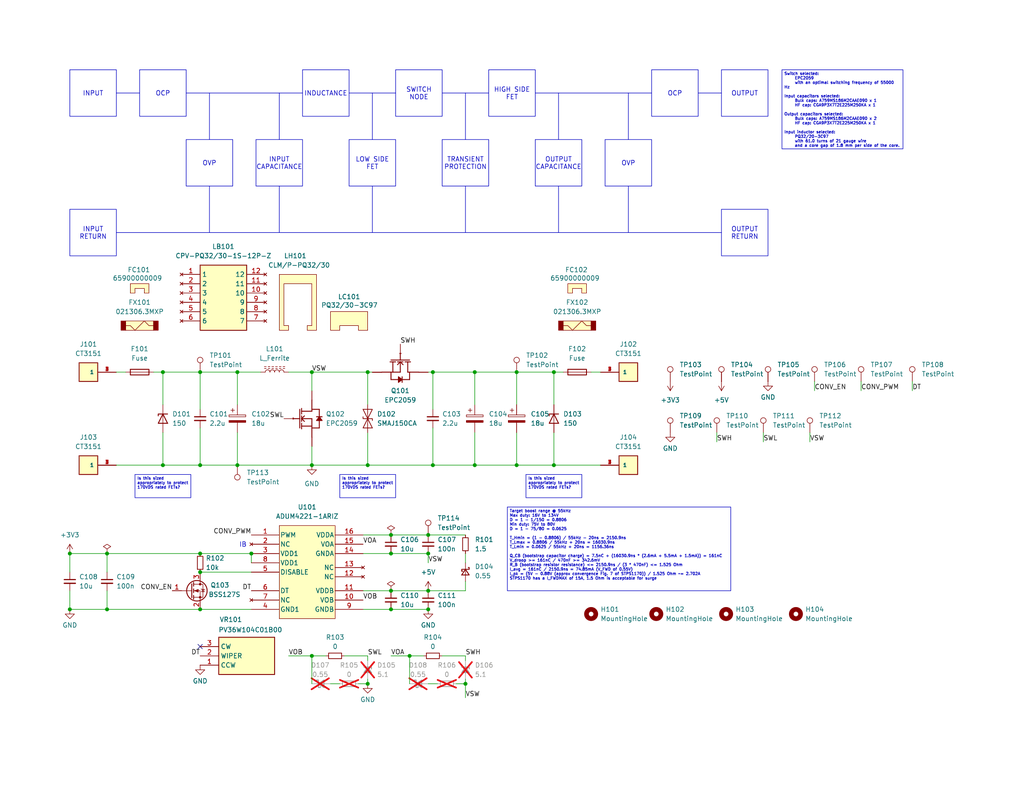
<source format=kicad_sch>
(kicad_sch (version 20231120) (generator "eeschema") (generator_version "8.0")
  (paper "USLetter")
  (title_block (title "Mighty MPPT Power Converter Breakout") (date "2024-08-25") (rev "v0.1.0rc") (comment 1 "Matthew Yu"))
  (junction (at 118.11 127))
  (junction (at 140.97 127))
  (junction (at 116.84 166.37))
  (junction (at 19.05 166.37))
  (junction (at 68.58 151.13))
  (junction (at 100.33 127))
  (junction (at 140.97 101.6))
  (junction (at 127 186.69))
  (junction (at 100.33 186.69))
  (junction (at 106.68 151.13))
  (junction (at 19.05 151.13))
  (junction (at 129.54 101.6))
  (junction (at 64.77 127))
  (junction (at 29.21 166.37))
  (junction (at 85.09 127))
  (junction (at 44.45 101.6))
  (junction (at 116.84 161.29))
  (junction (at 100.33 101.6))
  (junction (at 44.45 127))
  (junction (at 116.84 146.05))
  (junction (at 116.84 151.13))
  (junction (at 118.11 101.6))
  (junction (at 129.54 127))
  (junction (at 85.09 101.6))
  (junction (at 54.61 151.13))
  (junction (at 106.68 161.29))
  (junction (at 151.13 101.6))
  (junction (at 111.76 179.07))
  (junction (at 54.61 166.37))
  (junction (at 151.13 127))
  (junction (at 54.61 127))
  (junction (at 85.09 179.07))
  (junction (at 29.21 151.13))
  (junction (at 64.77 101.6))
  (junction (at 106.68 166.37))
  (junction (at 106.68 146.05))
  (junction (at 54.61 156.21))
  (junction (at 54.61 101.6))
  (no_connect (at 54.61 176.53))
  (polyline (pts (xy 57.15 50.8) (xy 57.15 63.5)))
  (polyline (pts (xy 31.75 25.4) (xy 38.1 25.4)))
  (wire (pts (xy 120.65 179.07) (xy 127 179.07)))
  (wire (pts (xy 29.21 151.13) (xy 54.61 151.13)))
  (wire (pts (xy 129.54 101.6) (xy 118.11 101.6)))
  (wire (pts (xy 85.09 101.6) (xy 100.33 101.6)))
  (wire (pts (xy 78.74 101.6) (xy 85.09 101.6)))
  (wire (pts (xy 85.09 106.68) (xy 85.09 101.6)))
  (wire (pts (xy 116.84 101.6) (xy 118.11 101.6)))
  (wire (pts (xy 208.28 120.65) (xy 208.28 118.11)))
  (polyline (pts (xy 57.15 25.4) (xy 57.15 38.1)))
  (wire (pts (xy 29.21 151.13) (xy 29.21 156.21)))
  (wire (pts (xy 118.11 127) (xy 129.54 127)))
  (wire (pts (xy 140.97 110.49) (xy 140.97 101.6)))
  (wire (pts (xy 44.45 101.6) (xy 44.45 110.49)))
  (wire (pts (xy 106.68 146.05) (xy 116.84 146.05)))
  (wire (pts (xy 116.84 186.69) (xy 119.38 186.69)))
  (wire (pts (xy 85.09 121.92) (xy 85.09 127)))
  (polyline (pts (xy 127 50.8) (xy 127 63.5)))
  (polyline (pts (xy 171.45 50.8) (xy 171.45 63.5)))
  (polyline (pts (xy 120.65 25.4) (xy 133.35 25.4)))
  (wire (pts (xy 116.84 151.13) (xy 116.84 153.67)))
  (polyline (pts (xy 76.2 25.4) (xy 76.2 38.1)))
  (wire (pts (xy 129.54 110.49) (xy 129.54 101.6)))
  (wire (pts (xy 99.06 151.13) (xy 106.68 151.13)))
  (wire (pts (xy 127 158.75) (xy 127 161.29)))
  (polyline (pts (xy 190.5 25.4) (xy 196.85 25.4)))
  (wire (pts (xy 100.33 180.34) (xy 100.33 179.07)))
  (wire (pts (xy 31.75 127) (xy 44.45 127)))
  (wire (pts (xy 44.45 127) (xy 54.61 127)))
  (wire (pts (xy 93.98 179.07) (xy 100.33 179.07)))
  (wire (pts (xy 19.05 161.29) (xy 19.05 166.37)))
  (wire (pts (xy 106.68 161.29) (xy 116.84 161.29)))
  (wire (pts (xy 127 151.13) (xy 127 153.67)))
  (wire (pts (xy 106.68 179.07) (xy 111.76 179.07)))
  (wire (pts (xy 64.77 101.6) (xy 71.12 101.6)))
  (wire (pts (xy 151.13 127) (xy 163.83 127)))
  (wire (pts (xy 220.98 118.11) (xy 220.98 120.65)))
  (wire (pts (xy 140.97 127) (xy 151.13 127)))
  (polyline (pts (xy 50.8 25.4) (xy 82.55 25.4)))
  (polyline (pts (xy 127 25.4) (xy 127 38.1)))
  (wire (pts (xy 44.45 118.11) (xy 44.45 127)))
  (wire (pts (xy 100.33 127) (xy 118.11 127)))
  (wire (pts (xy 99.06 166.37) (xy 106.68 166.37)))
  (wire (pts (xy 54.61 127) (xy 64.77 127)))
  (wire (pts (xy 64.77 110.49) (xy 64.77 101.6)))
  (wire (pts (xy 64.77 118.11) (xy 64.77 127)))
  (polyline (pts (xy 101.6 25.4) (xy 101.6 38.1)))
  (polyline (pts (xy 101.6 50.8) (xy 101.6 63.5)))
  (wire (pts (xy 153.67 101.6) (xy 151.13 101.6)))
  (wire (pts (xy 88.9 179.07) (xy 85.09 179.07)))
  (wire (pts (xy 99.06 161.29) (xy 106.68 161.29)))
  (wire (pts (xy 85.09 179.07) (xy 85.09 186.69)))
  (wire (pts (xy 54.61 166.37) (xy 68.58 166.37)))
  (wire (pts (xy 127 186.69) (xy 127 190.5)))
  (wire (pts (xy 78.74 179.07) (xy 85.09 179.07)))
  (wire (pts (xy 19.05 151.13) (xy 19.05 156.21)))
  (wire (pts (xy 151.13 110.49) (xy 151.13 101.6)))
  (wire (pts (xy 106.68 166.37) (xy 116.84 166.37)))
  (wire (pts (xy 127 185.42) (xy 127 186.69)))
  (wire (pts (xy 100.33 101.6) (xy 100.33 110.49)))
  (wire (pts (xy 101.6 101.6) (xy 100.33 101.6)))
  (wire (pts (xy 29.21 161.29) (xy 29.21 166.37)))
  (wire (pts (xy 54.61 111.76) (xy 54.61 101.6)))
  (polyline (pts (xy 44.45 25.0858) (xy 44.4662 25.0858)))
  (wire (pts (xy 90.17 186.69) (xy 92.71 186.69)))
  (wire (pts (xy 115.57 179.07) (xy 111.76 179.07)))
  (wire (pts (xy 140.97 101.6) (xy 151.13 101.6)))
  (wire (pts (xy 54.61 116.84) (xy 54.61 127)))
  (wire (pts (xy 111.76 179.07) (xy 111.76 186.69)))
  (wire (pts (xy 248.92 104.14) (xy 248.92 106.68)))
  (wire (pts (xy 163.83 101.6) (xy 161.29 101.6)))
  (polyline (pts (xy 76.2 50.8) (xy 76.2 63.5)))
  (polyline (pts (xy 146.05 25.4) (xy 177.8 25.4)))
  (wire (pts (xy 106.68 151.13) (xy 116.84 151.13)))
  (polyline (pts (xy 31.75 63.5) (xy 196.85 63.5)))
  (wire (pts (xy 151.13 127) (xy 151.13 118.11)))
  (wire (pts (xy 68.58 151.13) (xy 68.58 153.67)))
  (wire (pts (xy 54.61 101.6) (xy 64.77 101.6)))
  (wire (pts (xy 234.95 106.68) (xy 234.95 104.14)))
  (wire (pts (xy 54.61 156.21) (xy 68.58 156.21)))
  (wire (pts (xy 100.33 186.69) (xy 97.79 186.69)))
  (wire (pts (xy 100.33 185.42) (xy 100.33 186.69)))
  (wire (pts (xy 118.11 116.84) (xy 118.11 127)))
  (polyline (pts (xy 171.45 25.4) (xy 171.45 38.1)))
  (wire (pts (xy 222.25 106.68) (xy 222.25 104.14)))
  (wire (pts (xy 195.58 120.65) (xy 195.58 118.11)))
  (wire (pts (xy 118.11 111.76) (xy 118.11 101.6)))
  (wire (pts (xy 31.75 101.6) (xy 34.29 101.6)))
  (polyline (pts (xy 95.25 25.4) (xy 107.95 25.4)))
  (wire (pts (xy 19.05 151.13) (xy 29.21 151.13)))
  (wire (pts (xy 129.54 118.11) (xy 129.54 127)))
  (wire (pts (xy 19.05 166.37) (xy 29.21 166.37)))
  (wire (pts (xy 54.61 101.6) (xy 44.45 101.6)))
  (wire (pts (xy 127 180.34) (xy 127 179.07)))
  (wire (pts (xy 29.21 166.37) (xy 54.61 166.37)))
  (wire (pts (xy 54.61 151.13) (xy 68.58 151.13)))
  (wire (pts (xy 99.06 146.05) (xy 106.68 146.05)))
  (wire (pts (xy 129.54 127) (xy 140.97 127)))
  (wire (pts (xy 41.91 101.6) (xy 44.45 101.6)))
  (wire (pts (xy 127 186.69) (xy 124.46 186.69)))
  (wire (pts (xy 100.33 118.11) (xy 100.33 127)))
  (wire (pts (xy 85.09 127) (xy 100.33 127)))
  (wire (pts (xy 127 161.29) (xy 116.84 161.29)))
  (wire (pts (xy 116.84 146.05) (xy 127 146.05)))
  (polyline (pts (xy 152.4 25.4) (xy 152.4 38.1)))
  (wire (pts (xy 64.77 127) (xy 85.09 127)))
  (polyline (pts (xy 152.4 50.8) (xy 152.4 63.5)))
  (wire (pts (xy 140.97 101.6) (xy 129.54 101.6)))
  (wire (pts (xy 140.97 118.11) (xy 140.97 127)))
  (text_box "Switch selected:\n	EPC2059\n	with an optimal switching frequency of 55000 Hz\n\nInput capacitors selected:\n	Bulk caps: A759MS186M2CAAE090 x 1\n	HF cap: CGA9P3X7T2E225M250KA x 1\n\nOutput capacitors selected:\n	Bulk caps: A759MS186M2CAAE090 x 2\n	HF cap: CGA9P3X7T2E225M250KA x 1\n\nInput inductor selected:\n	PQ32/20-3C97\n	with 61.0 turns of 21 gauge wire\n	and a core gap of 1.8 mm per side of the core." (at 213.36 19.05 0) (size 33.02 21.59) (effects (font (size 0.762 0.762)) (justify left top)))
  (text_box "OUTPUT" (at 196.85 19.05 0) (size 12.7 12.7) (effects (font (size 1.27 1.27))))
  (text_box "OVP" (at 165.1 38.1 0) (size 12.7 12.7) (effects (font (size 1.27 1.27))))
  (text_box "OVP" (at 50.8 38.1 0) (size 12.7 12.7) (effects (font (size 1.27 1.27))))
  (text_box "TRANSIENT PROTECTION" (at 120.65 38.1 0) (size 12.7 12.7) (effects (font (size 1.27 1.27))))
  (text_box "OCP" (at 177.8 19.05 0) (size 12.7 12.7) (effects (font (size 1.27 1.27))))
  (text_box "OUTPUT CAPACITANCE" (at 146.05 38.1 0) (size 12.7 12.7) (effects (font (size 1.27 1.27))))
  (text_box "OCP" (at 38.1 19.05 0) (size 12.7 12.7) (effects (font (size 1.27 1.27))))
  (text_box "LOW SIDE FET" (at 95.25 38.1 0) (size 12.7 12.7) (effects (font (size 1.27 1.27))))
  (text_box "Is this sized appropriately to protect 170VDS rated FETs?" (at 36.83 129.54 0) (size 15.24 6.35) (effects (font (size 0.762 0.762)) (justify left top)))
  (text_box "SWITCH NODE" (at 107.95 19.05 0) (size 12.7 12.7) (effects (font (size 1.27 1.27))))
  (text_box "Target boost range @ 55kHz\nMax duty: 16V to 134V\nD = 1 - 1/150 = 0.8806\nMin duty: 75V to 80V \nD = 1 - 75/80 = 0.0625\n\nT_Hmin = (1 - 0.8806) / 55kHz - 20ns = 2150.9ns\nT_Lmax = 0.8806 / 55kHz + 20ns = 16030.9ns\nT_Lmin = 0.0625 / 55kHz + 20ns = 1156.36ns\n\nQ_CB (bootstrap capacitor charge) = 7.5nC + (16030.9ns * (2.6mA + 5.5mA + 1.5mA)) = 161nC\nV_droop >= 161nC / 470nF >= 342.6mV\nR_B (bootstrap resistor resistance) <= 2150.9ns / (3 * 470nF) <= 1.525 Ohm\nI_avg = 161nC / 2150.9ns = 74.85mA (V_FWD of 0.55V)\nI_pk = (5V - 0.88V (approx convergence Fig. 7 of STPS1170)) / 1.525 Ohm ~= 2.702A\nSTPS1170 has a I_FWDMAX of 15A, 1.5 Ohm is acceptable for surge\n" (at 138.43 138.43 0) (size 60.96 22.86) (effects (font (size 0.762 0.762)) (justify left top)))
  (text_box "OUTPUT\nRETURN" (at 196.85 57.15 0) (size 12.7 12.7) (effects (font (size 1.27 1.27))))
  (text_box "HIGH SIDE FET" (at 133.35 19.05 0) (size 12.7 12.7) (effects (font (size 1.27 1.27))))
  (text_box "INDUCTANCE" (at 82.55 19.05 0) (size 12.7 12.7) (effects (font (size 1.27 1.27))))
  (text_box "INPUT CAPACITANCE" (at 69.85 38.1 0) (size 12.7 12.7) (effects (font (size 1.27 1.27))))
  (text_box "Is this sized appropriately to protect 170VDS rated FETs?" (at 92.71 129.54 0) (size 15.24 6.35) (effects (font (size 0.762 0.762)) (justify left top)))
  (text_box "Is this sized appropriately to protect 170VDS rated FETs?" (at 143.51 129.54 0) (size 15.24 6.35) (effects (font (size 0.762 0.762)) (justify left top)))
  (text_box "INPUT\nRETURN" (at 19.05 57.15 0) (size 12.7 12.7) (effects (font (size 1.27 1.27))))
  (text_box "INPUT" (at 19.05 19.05 0) (size 12.7 12.7) (effects (font (size 1.27 1.27))))
  (text "IB\n" (at 66.294 148.844 0) (effects (font (size 1.27 1.27))))
  (label "SWL" (at 100.33 179.07 0))
  (label "CONV_PWM" (at 234.95 106.68 0))
  (label "VOA" (at 99.06 148.59 0))
  (label "SWH" (at 127 179.07 0))
  (label "VOA" (at 106.68 179.07 0))
  (label "CONV_EN" (at 46.99 161.29 180))
  (label "VSW" (at 85.09 101.6 0))
  (label "SWH" (at 109.22 93.98 0))
  (label "VSW" (at 127 190.5 0))
  (label "SWL" (at 208.28 120.65 0))
  (label "CONV_PWM" (at 68.58 146.05 180))
  (label "VSW" (at 220.98 120.65 0))
  (label "DT" (at 68.58 161.29 180))
  (label "VOB" (at 78.74 179.07 0))
  (label "DT" (at 54.61 179.07 180))
  (label "VSW" (at 116.84 153.67 0))
  (label "VOB" (at 99.06 163.83 0))
  (label "SWL" (at 77.47 114.3 180))
  (label "CONV_EN" (at 222.25 106.68 0))
  (label "SWH" (at 195.58 120.65 0))
  (label "DT" (at 248.92 106.68 0))
  (symbol (lib_id "Device:C_Small") (at 54.61 114.3 0) (unit 1)
    (property "Reference" "C101" (at 57.15 113.0362 0) (effects (justify left)))
    (property "Value" "2.2u" (at 57.15 115.5762 0) (effects (justify left)))
    (property "Footprint" "Capacitor_SMD:C_2220_5750Metric_Pad1.97x5.40mm_HandSolder" (effects (hide yes)))
    (property "Datasheet" "https://product.tdk.com/en/system/files?file=dam/doc/product/capacitor/ceramic/mlcc/catalog/mlcc_automotive_midvoltage_en.pdf" (effects (hide yes)))
    (property "Description" "Unpolarized capacitor, small symbol" (effects (hide yes)))
    (property "Manufacturer" "TDK" (effects (hide yes)))
    (property "P/N" "CGA9P3X7T2E225M250KA" (effects (hide yes)))
  )
  (symbol (lib_id "Mechanical:MountingHole") (at 179.07 167.64 0) (unit 1) (exclude_from_sim yes) (in_bom no)
    (property "Reference" "H102" (at 181.61 166.3699 0) (effects (justify left)))
    (property "Value" "MountingHole" (at 181.61 168.9099 0) (effects (justify left)))
    (property "Footprint" "MountingHole:MountingHole_5.3mm_M5" (effects (hide yes)))
    (property "Description" "Mounting Hole without connection" (effects (hide yes)))
  )
  (symbol (lib_id "power:GND") (at 116.84 166.37 0) (unit 1)
    (property "Reference" "#PWR0109" (effects (hide yes)))
    (property "Value" "GND" (at 116.84 170.688 0))
    (property "Description" "Power symbol creates a global label with name \"GND\" , ground" (effects (hide yes)))
  )
  (symbol (lib_id "littelfuse_021306_3MXP:65900000009") (at 157.48 76.2 0) (unit 1) (on_board no)
    (property "Reference" "FC102" (at 154.178 73.66 0) (effects (justify left)))
    (property "Value" "65900000009" (at 150.114 75.946 0) (effects (justify left)))
    (property "Datasheet" "https://www.littelfuse.com/~/media/electronics/datasheets/fuse_blocks/littelfuse_fuse_block_656_datasheet.pdf.pdf" (effects (hide yes)))
    (property "Description" "COVER FUSE TRANSPRNT FOR 656/658" (effects (hide yes)))
    (property "Manufacturer" "Littelfuse" (effects (hide yes)))
    (property "P/N" "65900000009" (effects (hide yes)))
  )
  (symbol (lib_id "ferroxcube_PQ32_30_3C97:CLM/P-PQ32/30") (at 81.28 72.39 0) (unit 1) (on_board no)
    (property "Reference" "LH101" (at 77.47 69.85 0) (effects (justify left)))
    (property "Value" "CLM/P-PQ32/30" (at 73.152 72.39 0) (effects (justify left)))
    (property "Datasheet" "https://www.ferroxcube.com/upload/media/product/file/Pr_ds/PQ32_30.pdf" (effects (hide yes)))
    (property "Description" "U SHAPED CLIP" (effects (hide yes)))
    (property "Manufacturer" "Ferroxcube" (effects (hide yes)))
    (property "P/N" "CLM/P-PQ32/30" (effects (hide yes)))
  )
  (symbol (lib_id "Connector:TestPoint") (at 222.25 104.14 0) (unit 1)
    (property "Reference" "TP106" (at 224.79 99.5679 0) (effects (justify left)))
    (property "Value" "TestPoint" (at 224.79 102.1079 0) (effects (justify left)))
    (property "Footprint" "TestPoint:TestPoint_Keystone_5000-5004_Miniature" (effects (hide yes)))
    (property "Datasheet" "https://www.keyelco.com/userAssets/file/M65p56.pdf" (effects (hide yes)))
    (property "Description" "test point" (effects (hide yes)))
    (property "Manufacturer" "Keystone Electronics" (effects (hide yes)))
    (property "P/N" "5000" (effects (hide yes)))
  )
  (symbol (lib_id "Diode:SMAJ150CA") (at 100.33 114.3 90) (unit 1)
    (property "Reference" "D102" (at 102.87 113.0299 90) (effects (justify right)))
    (property "Value" "SMAJ150CA" (at 102.87 115.5699 90) (effects (justify right)))
    (property "Footprint" "Diode_SMD:D_SMA" (effects (hide yes)))
    (property "Datasheet" "https://www.littelfuse.com/~/media/electronics/datasheets/tvs_diodes/littelfuse_tvs_diode_smaj_datasheet.pdf.pdf" (effects (hide yes)))
    (property "Description" "400W bidirectional Transient Voltage Suppressor, 150.0Vr, SMA(DO-214AC)" (effects (hide yes)))
    (property "Manufacturer" "Littelfuse" (effects (hide yes)))
    (property "P/N" "SMAJ150CA" (effects (hide yes)))
  )
  (symbol (lib_id "Connector:TestPoint") (at 182.88 118.11 0) (unit 1)
    (property "Reference" "TP109" (at 185.42 113.5379 0) (effects (justify left)))
    (property "Value" "TestPoint" (at 185.42 116.0779 0) (effects (justify left)))
    (property "Footprint" "TestPoint:TestPoint_Keystone_5000-5004_Miniature" (effects (hide yes)))
    (property "Datasheet" "https://www.keyelco.com/userAssets/file/M65p56.pdf" (effects (hide yes)))
    (property "Description" "test point" (effects (hide yes)))
    (property "Manufacturer" "Keystone Electronics" (effects (hide yes)))
    (property "P/N" "5000" (effects (hide yes)))
  )
  (symbol (lib_id "power:GND") (at 209.55 104.14 0) (unit 1)
    (property "Reference" "#PWR0103" (effects (hide yes)))
    (property "Value" "GND" (at 209.55 108.458 0))
    (property "Description" "Power symbol creates a global label with name \"GND\" , ground" (effects (hide yes)))
  )
  (symbol (lib_id "Device:R_Small") (at 91.44 179.07 90) (unit 1)
    (property "Reference" "R103" (at 91.44 173.99 90))
    (property "Value" "0" (at 91.44 176.53 90))
    (property "Footprint" "Resistor_SMD:R_0805_2012Metric_Pad1.20x1.40mm_HandSolder" (effects (hide yes)))
    (property "Datasheet" "https://www.vishay.com/docs/20035/dcrcwe3.pdf" (effects (hide yes)))
    (property "Description" "Resistor, small symbol" (effects (hide yes)))
    (property "Manufacturer" "Vishay Dale" (effects (hide yes)))
    (property "P/N" "CRCW08050000Z0EA" (effects (hide yes)))
  )
  (symbol (lib_id "power:+5V") (at 116.84 161.29 0) (unit 1)
    (property "Reference" "#PWR0107" (effects (hide yes)))
    (property "Value" "+5V" (at 116.84 156.21 0))
    (property "Description" "Power symbol creates a global label with name \"+5V\"" (effects (hide yes)))
  )
  (symbol (lib_id "Connector:TestPoint") (at 195.58 118.11 0) (unit 1)
    (property "Reference" "TP110" (at 198.12 113.5379 0) (effects (justify left)))
    (property "Value" "TestPoint" (at 198.12 116.0779 0) (effects (justify left)))
    (property "Footprint" "TestPoint:TestPoint_Keystone_5000-5004_Miniature" (effects (hide yes)))
    (property "Datasheet" "https://www.keyelco.com/userAssets/file/M65p56.pdf" (effects (hide yes)))
    (property "Description" "test point" (effects (hide yes)))
    (property "Manufacturer" "Keystone Electronics" (effects (hide yes)))
    (property "P/N" "5000" (effects (hide yes)))
  )
  (symbol (lib_id "Connector:TestPoint") (at 234.95 104.14 0) (unit 1)
    (property "Reference" "TP107" (at 237.49 99.5679 0) (effects (justify left)))
    (property "Value" "TestPoint" (at 237.49 102.1079 0) (effects (justify left)))
    (property "Footprint" "TestPoint:TestPoint_Keystone_5000-5004_Miniature" (effects (hide yes)))
    (property "Datasheet" "https://www.keyelco.com/userAssets/file/M65p56.pdf" (effects (hide yes)))
    (property "Description" "test point" (effects (hide yes)))
    (property "Manufacturer" "Keystone Electronics" (effects (hide yes)))
    (property "P/N" "5000" (effects (hide yes)))
  )
  (symbol (lib_id "power:PWR_FLAG") (at 106.68 161.29 0) (unit 1)
    (property "Reference" "#FLG0103" (effects (hide yes)))
    (property "Value" "PWR_FLAG" (effects (hide yes)))
    (property "Description" "Special symbol for telling ERC where power comes from" (effects (hide yes)))
  )
  (symbol (lib_id "Device:R_Small") (at 121.92 186.69 90) (unit 1) (dnp yes)
    (property "Reference" "R106" (at 121.92 181.61 90))
    (property "Value" "0" (at 121.92 184.15 90))
    (property "Footprint" "Resistor_SMD:R_0805_2012Metric_Pad1.20x1.40mm_HandSolder" (effects (hide yes)))
    (property "Datasheet" "https://www.vishay.com/docs/20035/dcrcwe3.pdf" (effects (hide yes)))
    (property "Description" "Resistor, small symbol" (effects (hide yes)))
    (property "Manufacturer" "Vishay Dale" (effects (hide yes)))
    (property "P/N" "CRCW08050000Z0EA" (effects (hide yes)))
  )
  (symbol (lib_id "Device:C_Small") (at 116.84 163.83 0) (unit 1)
    (property "Reference" "C111" (at 119.38 162.5662 0) (effects (justify left)))
    (property "Value" "100n" (at 119.38 165.1062 0) (effects (justify left)))
    (property "Footprint" "Capacitor_SMD:C_0805_2012Metric_Pad1.18x1.45mm_HandSolder" (effects (hide yes)))
    (property "Datasheet" "https://www.samsungsem.com/resources/file/global/support/product_catalog/MLCC.pdf" (effects (hide yes)))
    (property "Description" "Unpolarized capacitor, small symbol" (effects (hide yes)))
    (property "Manufacturer" "Samsung Electro-Mechanics" (effects (hide yes)))
    (property "P/N" "CL21B104KCFNNNE" (effects (hide yes)))
  )
  (symbol (lib_id "Connector:TestPoint") (at 209.55 104.14 0) (unit 1)
    (property "Reference" "TP105" (at 212.09 99.5679 0) (effects (justify left)))
    (property "Value" "TestPoint" (at 212.09 102.1079 0) (effects (justify left)))
    (property "Footprint" "TestPoint:TestPoint_Keystone_5000-5004_Miniature" (effects (hide yes)))
    (property "Datasheet" "https://www.keyelco.com/userAssets/file/M65p56.pdf" (effects (hide yes)))
    (property "Description" "test point" (effects (hide yes)))
    (property "Manufacturer" "Keystone Electronics" (effects (hide yes)))
    (property "P/N" "5000" (effects (hide yes)))
  )
  (symbol (lib_id "Device:D_Schottky_Small") (at 87.63 186.69 0) (unit 1) (dnp yes)
    (property "Reference" "D107" (at 87.376 181.61 0))
    (property "Value" "0.55" (at 87.376 184.15 0))
    (property "Footprint" "footprints:stm_STPS1170AF" (effects (hide yes)))
    (property "Datasheet" "https://www.st.com/content/ccc/resource/technical/document/datasheet/e2/79/ff/f2/83/11/44/23/DM00136811.pdf/files/DM00136811.pdf/jcr:content/translations/en.DM00136811.pdf" (effects (hide yes)))
    (property "Description" "Schottky diode, small symbol" (effects (hide yes)))
    (property "Manufacturer" "STMicrolectronics" (effects (hide yes)))
    (property "P/N" "STPS1170AF" (effects (hide yes)))
  )
  (symbol (lib_id "ad_ADUM4221_1ARIZ:ADUM4221-1ARIZ") (at 68.58 148.59 0) (unit 1)
    (property "Reference" "U101" (at 83.82 138.43 0))
    (property "Value" "ADUM4221-1ARIZ" (at 83.82 140.97 0))
    (property "Footprint" "footprints:ad_ADUM4221_1ARIZ" (effects (hide yes)))
    (property "Datasheet" "https://www.mouser.com/datasheet/2/609/adum4221_4221_1_4221_2-3121810.pdf" (effects (hide yes)))
    (property "Manufacturer" "Analog Devices" (effects (hide yes)))
    (property "P/N" "ADUM4221-1ARIZ" (effects (hide yes)))
  )
  (symbol (lib_id "Device:C_Small") (at 118.11 114.3 0) (unit 1)
    (property "Reference" "C103" (at 120.65 113.0362 0) (effects (justify left)))
    (property "Value" "2.2u" (at 120.65 115.5762 0) (effects (justify left)))
    (property "Footprint" "Capacitor_SMD:C_2220_5750Metric_Pad1.97x5.40mm_HandSolder" (effects (hide yes)))
    (property "Datasheet" "https://product.tdk.com/en/system/files?file=dam/doc/product/capacitor/ceramic/mlcc/catalog/mlcc_automotive_midvoltage_en.pdf" (effects (hide yes)))
    (property "Description" "Unpolarized capacitor, small symbol" (effects (hide yes)))
    (property "Manufacturer" "TDK" (effects (hide yes)))
    (property "P/N" "CGA9P3X7T2E225M250KA" (effects (hide yes)))
  )
  (symbol (lib_id "Device:D_Schottky_Small") (at 127 156.21 270) (unit 1)
    (property "Reference" "D104" (at 129.54 154.6859 90) (effects (justify left)))
    (property "Value" "0.55" (at 129.54 157.2259 90) (effects (justify left)))
    (property "Footprint" "footprints:stm_STPS1170AF" (effects (hide yes)))
    (property "Datasheet" "https://www.st.com/content/ccc/resource/technical/document/datasheet/e2/79/ff/f2/83/11/44/23/DM00136811.pdf/files/DM00136811.pdf/jcr:content/translations/en.DM00136811.pdf" (effects (hide yes)))
    (property "Description" "Schottky diode, small symbol" (effects (hide yes)))
    (property "Manufacturer" "STMicrolectronics" (effects (hide yes)))
    (property "P/N" "STPS1170AF" (effects (hide yes)))
  )
  (symbol (lib_id "power:PWR_FLAG") (at 29.21 151.13 0) (unit 1)
    (property "Reference" "#FLG0102" (effects (hide yes)))
    (property "Value" "PWR_FLAG" (effects (hide yes)))
    (property "Description" "Special symbol for telling ERC where power comes from" (effects (hide yes)))
  )
  (symbol (lib_id "Device:D_Zener_Small") (at 100.33 182.88 270) (unit 1) (dnp yes)
    (property "Reference" "D105" (at 102.87 181.6099 90) (effects (justify left)))
    (property "Value" "5.1" (at 102.87 184.1499 90) (effects (justify left)))
    (property "Footprint" "Diode_SMD:D_SOD-123" (effects (hide yes)))
    (property "Datasheet" "https://www.vishay.com/docs/86337/bzt52-g_series.pdf" (effects (hide yes)))
    (property "Description" "Zener diode, small symbol" (effects (hide yes)))
    (property "Manufacturer" "Vishay Electronics" (effects (hide yes)))
    (property "P/N" "BZT52C5V1-G3-08 " (effects (hide yes)))
  )
  (symbol (lib_id "power:GND") (at 182.88 118.11 0) (unit 1)
    (property "Reference" "#PWR0104" (effects (hide yes)))
    (property "Value" "GND" (at 182.88 122.428 0))
    (property "Description" "Power symbol creates a global label with name \"GND\" , ground" (effects (hide yes)))
  )
  (symbol (lib_id "Connector:TestPoint") (at 248.92 104.14 0) (unit 1)
    (property "Reference" "TP108" (at 251.46 99.5679 0) (effects (justify left)))
    (property "Value" "TestPoint" (at 251.46 102.1079 0) (effects (justify left)))
    (property "Footprint" "TestPoint:TestPoint_Keystone_5000-5004_Miniature" (effects (hide yes)))
    (property "Datasheet" "https://www.keyelco.com/userAssets/file/M65p56.pdf" (effects (hide yes)))
    (property "Description" "test point" (effects (hide yes)))
    (property "Manufacturer" "Keystone Electronics" (effects (hide yes)))
    (property "P/N" "5000" (effects (hide yes)))
  )
  (symbol (lib_id "Device:R_Small") (at 54.61 153.67 0) (unit 1)
    (property "Reference" "R102" (at 56.134 152.4 0) (effects (justify left)))
    (property "Value" "10k" (at 56.134 154.94 0) (effects (justify left)))
    (property "Footprint" "Resistor_SMD:R_0805_2012Metric_Pad1.20x1.40mm_HandSolder" (effects (hide yes)))
    (property "Datasheet" "https://www.vishay.com/docs/20035/dcrcwe3.pdf" (effects (hide yes)))
    (property "Description" "Resistor, small symbol" (effects (hide yes)))
    (property "Manufacturer" "Vishay Dale" (effects (hide yes)))
    (property "P/N" "CRCW080510K0FKEA" (effects (hide yes)))
  )
  (symbol (lib_id "Device:C_Small") (at 19.05 158.75 0) (unit 1)
    (property "Reference" "C108" (at 21.59 157.4862 0) (effects (justify left)))
    (property "Value" "10u" (at 21.59 160.0262 0) (effects (justify left)))
    (property "Footprint" "Capacitor_SMD:C_0805_2012Metric_Pad1.18x1.45mm_HandSolder" (effects (hide yes)))
    (property "Description" "Unpolarized capacitor, small symbol" (effects (hide yes)))
    (property "Manufacturer" "Samsung Electro-Mechanics" (effects (hide yes)))
    (property "P/N" "CL21B106KOQNNNE" (effects (hide yes)))
  )
  (symbol (lib_id "Mechanical:MountingHole") (at 161.29 167.64 0) (unit 1) (exclude_from_sim yes) (in_bom no)
    (property "Reference" "H101" (at 163.83 166.3699 0) (effects (justify left)))
    (property "Value" "MountingHole" (at 163.83 168.9099 0) (effects (justify left)))
    (property "Footprint" "MountingHole:MountingHole_5.3mm_M5" (effects (hide yes)))
    (property "Description" "Mounting Hole without connection" (effects (hide yes)))
  )
  (symbol (lib_id "Device:C_Small") (at 106.68 148.59 0) (unit 1)
    (property "Reference" "C106" (at 109.22 147.3262 0) (effects (justify left)))
    (property "Value" "10u" (at 109.22 149.8662 0) (effects (justify left)))
    (property "Footprint" "Capacitor_SMD:C_0805_2012Metric_Pad1.18x1.45mm_HandSolder" (effects (hide yes)))
    (property "Datasheet" "https://www.samsungsem.com/resources/file/global/support/product_catalog/MLCC.pdf" (effects (hide yes)))
    (property "Description" "Unpolarized capacitor, small symbol" (effects (hide yes)))
    (property "Manufacturer" "Samsung Electro-Mechanics" (effects (hide yes)))
    (property "P/N" "CL21B106KOQNNNE" (effects (hide yes)))
  )
  (symbol (lib_id "Device:C_Polarized") (at 129.54 114.3 0) (unit 1)
    (property "Reference" "C104" (at 133.35 113.03 0) (effects (justify left)))
    (property "Value" "18u" (at 133.35 115.57 0) (effects (justify left)))
    (property "Footprint" "Capacitor_THT:C_Radial_D10.0mm_H16.0mm_P5.00mm" (effects (hide yes)))
    (property "Datasheet" "https://search.kemet.com/download/datasheet/A759MS186M2CAAE090" (effects (hide yes)))
    (property "Description" "Polarized capacitor" (effects (hide yes)))
    (property "Manufacturer" "KEMET" (effects (hide yes)))
    (property "P/N" "A759MS186M2CAAE090" (effects (hide yes)))
  )
  (symbol (lib_id "Device:C_Polarized") (at 140.97 114.3 0) (unit 1)
    (property "Reference" "C105" (at 144.78 113.03 0) (effects (justify left)))
    (property "Value" "18u" (at 144.78 115.57 0) (effects (justify left)))
    (property "Footprint" "Capacitor_THT:C_Radial_D10.0mm_H16.0mm_P5.00mm" (effects (hide yes)))
    (property "Datasheet" "https://search.kemet.com/download/datasheet/A759MS186M2CAAE090" (effects (hide yes)))
    (property "Description" "Polarized capacitor" (effects (hide yes)))
    (property "Manufacturer" "KEMET" (effects (hide yes)))
    (property "P/N" "A759MS186M2CAAE090" (effects (hide yes)))
  )
  (symbol (lib_id "Connector:TestPoint") (at 64.77 127 180) (unit 1)
    (property "Reference" "TP113" (at 67.31 129.0319 0) (effects (justify right)))
    (property "Value" "TestPoint" (at 67.31 131.5719 0) (effects (justify right)))
    (property "Footprint" "TestPoint:TestPoint_Keystone_5000-5004_Miniature" (effects (hide yes)))
    (property "Datasheet" "https://www.keyelco.com/userAssets/file/M65p56.pdf" (effects (hide yes)))
    (property "Description" "test point" (effects (hide yes)))
    (property "Manufacturer" "Keystone Electronics" (effects (hide yes)))
    (property "P/N" "5000" (effects (hide yes)))
  )
  (symbol (lib_id "Device:D_Zener") (at 44.45 114.3 90) (mirror x) (unit 1)
    (property "Reference" "D101" (at 46.99 113.0299 90) (effects (justify right)))
    (property "Value" "150" (at 46.99 115.5699 90) (effects (justify right)))
    (property "Footprint" "Diode_SMD:D_SMA" (effects (hide yes)))
    (property "Datasheet" "https://www.vishay.com/docs/86138/bzg03c-m-series.pdf" (effects (hide yes)))
    (property "Description" "Zener diode" (effects (hide yes)))
    (property "Manufacturer" "Vishay Electronics" (effects (hide yes)))
    (property "P/N" "BZG03C150-M3-08" (effects (hide yes)))
  )
  (symbol (lib_id "ferroxcube_PQ32_30_3C97:CPV-PQ32/30-1S-12P-Z") (at 49.53 74.93 0) (unit 1)
    (property "Reference" "LB101" (at 60.96 67.31 0))
    (property "Value" "CPV-PQ32/30-1S-12P-Z" (at 60.96 69.85 0))
    (property "Footprint" "footprints:ferroxcube_CPV-PQ32_30-1S-12P-Z" (effects (hide yes)))
    (property "Datasheet" "https://www.ferroxcube.com/upload/media/product/file/Pr_ds/PQ32_30.pdf" (effects (hide yes)))
    (property "Description" "COIL FORMER VERTICAL" (effects (hide yes)))
    (property "Manufacturer" "Ferroxcube" (effects (hide yes)))
    (property "P/N" "CPV-PQ32/30-1S-12P-Z" (effects (hide yes)))
  )
  (symbol (lib_id "caltest_ct3151:CT3151") (at 24.13 127 180) (unit 1)
    (property "Reference" "J103" (at 24.13 119.38 0))
    (property "Value" "CT3151" (at 24.13 121.92 0))
    (property "Footprint" "footprints:caltest_ct3151" (effects (hide yes)))
    (property "Datasheet" "https://mm.digikey.com/Volume0/opasdata/d220001/medias/docus/4846/DS_1768_Catalog.pdf" (effects (hide yes)))
    (property "Description" "CONN BANANA JACK SOLDER" (effects (hide yes)))
    (property "Manufacturer" "Caltest" (effects (hide yes)))
    (property "P/N" "  CT3151-0" (effects (hide yes)))
  )
  (symbol (lib_id "Device:L_Ferrite") (at 74.93 101.6 90) (unit 1)
    (property "Reference" "L101" (at 74.93 95.25 90))
    (property "Value" "L_Ferrite" (at 74.93 97.79 90))
    (property "Footprint" "footprints:ferroxcube_PQ32_30_3C97_wire" (effects (hide yes)))
    (property "Datasheet" "https://mm.digikey.com/Volume0/opasdata/d220001/medias/docus/56/PolyurethaneMagnetWireDataSheet.pdf" (effects (hide yes)))
    (property "Description" "Inductor with ferrite core" (effects (hide yes)))
    (property "Distributor" "Remington Industries" (effects (hide yes)))
    (property "Manufacturer" "Remington Industries" (effects (hide yes)))
    (property "P/N" "21SNSP" (effects (hide yes)))
  )
  (symbol (lib_id "littelfuse_021306_3MXP:65900000009") (at 38.1 76.2 0) (unit 1) (on_board no)
    (property "Reference" "FC101" (at 34.798 73.66 0) (effects (justify left)))
    (property "Value" "65900000009" (at 30.734 75.946 0) (effects (justify left)))
    (property "Datasheet" "https://www.littelfuse.com/~/media/electronics/datasheets/fuse_blocks/littelfuse_fuse_block_656_datasheet.pdf.pdf" (effects (hide yes)))
    (property "Description" "COVER FUSE TRANSPRNT FOR 656/658" (effects (hide yes)))
    (property "Manufacturer" "Littelfuse" (effects (hide yes)))
    (property "P/N" "65900000009" (effects (hide yes)))
  )
  (symbol (lib_id "power:+5V") (at 196.85 104.14 180) (unit 1)
    (property "Reference" "#PWR0102" (effects (hide yes)))
    (property "Value" "+5V" (at 196.85 109.22 0))
    (property "Description" "Power symbol creates a global label with name \"+5V\"" (effects (hide yes)))
  )
  (symbol (lib_id "ferroxcube_PQ32_30_3C97:PQ32/30-3C97") (at 95.25 83.82 0) (unit 1) (on_board no)
    (property "Reference" "LC101" (at 92.202 81.026 0) (effects (justify left)))
    (property "Value" "PQ32/30-3C97" (at 87.63 83.312 0) (effects (justify left)))
    (property "Datasheet" "https://www.ferroxcube.com/upload/media/product/file/Pr_ds/PQ32_30.pdf" (effects (hide yes)))
    (property "Description" "FERRITE CORE PQ 3C97 2PC SET" (effects (hide yes)))
    (property "Manufacturer" "Ferroxcube" (effects (hide yes)))
    (property "P/N" "PQ32/30-3C97" (effects (hide yes)))
  )
  (symbol (lib_id "Connector:TestPoint") (at 196.85 104.14 0) (unit 1)
    (property "Reference" "TP104" (at 199.39 99.5679 0) (effects (justify left)))
    (property "Value" "TestPoint" (at 199.39 102.1079 0) (effects (justify left)))
    (property "Footprint" "TestPoint:TestPoint_Keystone_5000-5004_Miniature" (effects (hide yes)))
    (property "Datasheet" "https://www.keyelco.com/userAssets/file/M65p56.pdf" (effects (hide yes)))
    (property "Description" "test point" (effects (hide yes)))
    (property "Manufacturer" "Keystone Electronics" (effects (hide yes)))
    (property "P/N" "5000" (effects (hide yes)))
  )
  (symbol (lib_id "Connector:TestPoint") (at 182.88 104.14 0) (unit 1)
    (property "Reference" "TP103" (at 185.42 99.5679 0) (effects (justify left)))
    (property "Value" "TestPoint" (at 185.42 102.1079 0) (effects (justify left)))
    (property "Footprint" "TestPoint:TestPoint_Keystone_5000-5004_Miniature" (effects (hide yes)))
    (property "Datasheet" "https://www.keyelco.com/userAssets/file/M65p56.pdf" (effects (hide yes)))
    (property "Description" "test point" (effects (hide yes)))
    (property "Manufacturer" "Keystone Electronics" (effects (hide yes)))
    (property "P/N" "5000" (effects (hide yes)))
  )
  (symbol (lib_id "Device:D_Zener_Small") (at 127 182.88 270) (unit 1) (dnp yes)
    (property "Reference" "D106" (at 129.54 181.6099 90) (effects (justify left)))
    (property "Value" "5.1" (at 129.54 184.1499 90) (effects (justify left)))
    (property "Footprint" "Diode_SMD:D_SOD-123" (effects (hide yes)))
    (property "Datasheet" "https://www.vishay.com/docs/86337/bzt52-g_series.pdf" (effects (hide yes)))
    (property "Description" "Zener diode, small symbol" (effects (hide yes)))
    (property "Manufacturer" "Vishay Electronics" (effects (hide yes)))
    (property "P/N" "BZT52C5V1-G3-08 " (effects (hide yes)))
  )
  (symbol (lib_id "Connector:TestPoint") (at 54.61 101.6 0) (unit 1)
    (property "Reference" "TP101" (at 57.15 97.0279 0) (effects (justify left)))
    (property "Value" "TestPoint" (at 57.15 99.5679 0) (effects (justify left)))
    (property "Footprint" "TestPoint:TestPoint_Keystone_5000-5004_Miniature" (effects (hide yes)))
    (property "Datasheet" "https://www.keyelco.com/userAssets/file/M65p56.pdf" (effects (hide yes)))
    (property "Description" "test point" (effects (hide yes)))
    (property "Manufacturer" "Keystone Electronics" (effects (hide yes)))
    (property "P/N" "5000" (effects (hide yes)))
  )
  (symbol (lib_id "Device:C_Small") (at 106.68 163.83 0) (unit 1)
    (property "Reference" "C110" (at 109.22 162.5662 0) (effects (justify left)))
    (property "Value" "10u" (at 109.22 165.1062 0) (effects (justify left)))
    (property "Footprint" "Capacitor_SMD:C_0805_2012Metric_Pad1.18x1.45mm_HandSolder" (effects (hide yes)))
    (property "Datasheet" "https://www.samsungsem.com/resources/file/global/support/product_catalog/MLCC.pdf" (effects (hide yes)))
    (property "Description" "Unpolarized capacitor, small symbol" (effects (hide yes)))
    (property "Manufacturer" "Samsung Electro-Mechanics" (effects (hide yes)))
    (property "P/N" "CL21B106KOQNNNE" (effects (hide yes)))
  )
  (symbol (lib_id "Device:C_Small") (at 29.21 158.75 0) (unit 1)
    (property "Reference" "C109" (at 31.75 157.4862 0) (effects (justify left)))
    (property "Value" "100n" (at 31.75 160.0262 0) (effects (justify left)))
    (property "Footprint" "Capacitor_SMD:C_0805_2012Metric_Pad1.18x1.45mm_HandSolder" (effects (hide yes)))
    (property "Datasheet" "https://www.samsungsem.com/resources/file/global/support/product_catalog/MLCC.pdf" (effects (hide yes)))
    (property "Description" "Unpolarized capacitor, small symbol" (effects (hide yes)))
    (property "Manufacturer" "Samsung Electro-Mechanics" (effects (hide yes)))
    (property "P/N" "CL21B104KCFNNNE" (effects (hide yes)))
  )
  (symbol (lib_id "Device:R_Small") (at 118.11 179.07 90) (unit 1)
    (property "Reference" "R104" (at 118.11 173.99 90))
    (property "Value" "0" (at 118.11 176.53 90))
    (property "Footprint" "Resistor_SMD:R_0805_2012Metric_Pad1.20x1.40mm_HandSolder" (effects (hide yes)))
    (property "Datasheet" "https://www.vishay.com/docs/20035/dcrcwe3.pdf" (effects (hide yes)))
    (property "Description" "Resistor, small symbol" (effects (hide yes)))
    (property "Manufacturer" "Vishay Dale" (effects (hide yes)))
    (property "P/N" "CRCW08050000Z0EA" (effects (hide yes)))
  )
  (symbol (lib_id "Device:C_Small") (at 116.84 148.59 0) (unit 1)
    (property "Reference" "C107" (at 119.38 147.3262 0) (effects (justify left)))
    (property "Value" "100n" (at 119.38 149.8662 0) (effects (justify left)))
    (property "Footprint" "Capacitor_SMD:C_0805_2012Metric_Pad1.18x1.45mm_HandSolder" (effects (hide yes)))
    (property "Datasheet" "https://www.samsungsem.com/resources/file/global/support/product_catalog/MLCC.pdf" (effects (hide yes)))
    (property "Description" "Unpolarized capacitor, small symbol" (effects (hide yes)))
    (property "Manufacturer" "Samsung Electro-Mechanics" (effects (hide yes)))
    (property "P/N" "CL21B104KCFNNNE" (effects (hide yes)))
  )
  (symbol (lib_id "Device:R_Small") (at 127 148.59 180) (unit 1)
    (property "Reference" "R101" (at 129.54 147.3199 0) (effects (justify right)))
    (property "Value" "1.5" (at 129.54 149.8599 0) (effects (justify right)))
    (property "Footprint" "Resistor_SMD:R_0805_2012Metric_Pad1.20x1.40mm_HandSolder" (effects (hide yes)))
    (property "Datasheet" "https://www.vishay.com/docs/20035/dcrcwe3.pdf" (effects (hide yes)))
    (property "Description" "Resistor, small symbol" (effects (hide yes)))
    (property "Manufacturer" "Vishay Dale" (effects (hide yes)))
    (property "P/N" "CRCW08051R50FKEA" (effects (hide yes)))
  )
  (symbol (lib_name "021306_3MXP_1") (lib_id "littelfuse_021306_3MXP:021306_3MXP") (at 38.1 86.36 0) (unit 1) (on_board no)
    (property "Reference" "FX101" (at 38.1 82.55 0))
    (property "Value" "021306.3MXP" (at 38.1 85.09 0))
    (property "Datasheet" "https://www.littelfuse.com/media?resourcetype=datasheets&itemid=69a7cc50-e735-4299-8e4b-0e5e11e91f14&filename=littelfuse_fuse_213_datasheet.pdf" (effects (hide yes)))
    (property "Description" "FUSE GLASS 6.3A 250VAC 5X20MM" (effects (hide yes)))
    (property "Manufacturer" "Littelfuse" (effects (hide yes)))
    (property "P/N" "021306.3MXP" (effects (hide yes)))
  )
  (symbol (lib_id "Connector:TestPoint") (at 140.97 101.6 0) (unit 1)
    (property "Reference" "TP102" (at 143.51 97.0279 0) (effects (justify left)))
    (property "Value" "TestPoint" (at 143.51 99.5679 0) (effects (justify left)))
    (property "Footprint" "TestPoint:TestPoint_Keystone_5000-5004_Miniature" (effects (hide yes)))
    (property "Datasheet" "https://www.keyelco.com/userAssets/file/M65p56.pdf" (effects (hide yes)))
    (property "Description" "test point" (effects (hide yes)))
    (property "Manufacturer" "Keystone Electronics" (effects (hide yes)))
    (property "P/N" "5000" (effects (hide yes)))
  )
  (symbol (lib_id "power:PWR_FLAG") (at 106.68 146.05 0) (unit 1)
    (property "Reference" "#FLG0101" (effects (hide yes)))
    (property "Value" "PWR_FLAG" (effects (hide yes)))
    (property "Description" "Special symbol for telling ERC where power comes from" (effects (hide yes)))
  )
  (symbol (lib_name "021306_3MXP_1") (lib_id "littelfuse_021306_3MXP:021306_3MXP") (at 157.48 86.36 0) (unit 1) (on_board no)
    (property "Reference" "FX102" (at 157.48 82.55 0))
    (property "Value" "021306.3MXP" (at 157.48 85.09 0))
    (property "Datasheet" "https://www.littelfuse.com/media?resourcetype=datasheets&itemid=69a7cc50-e735-4299-8e4b-0e5e11e91f14&filename=littelfuse_fuse_213_datasheet.pdf" (effects (hide yes)))
    (property "Description" "FUSE GLASS 6.3A 250VAC 5X20MM" (effects (hide yes)))
    (property "Manufacturer" "Littelfuse" (effects (hide yes)))
    (property "P/N" "021306.3MXP" (effects (hide yes)))
  )
  (symbol (lib_id "power:GND") (at 100.33 186.69 0) (unit 1)
    (property "Reference" "#PWR0111" (effects (hide yes)))
    (property "Value" "GND" (at 100.33 191.008 0))
    (property "Description" "Power symbol creates a global label with name \"GND\" , ground" (effects (hide yes)))
  )
  (symbol (lib_id "Connector:TestPoint") (at 116.84 146.05 0) (unit 1)
    (property "Reference" "TP114" (at 119.38 141.4779 0) (effects (justify left)))
    (property "Value" "TestPoint" (at 119.38 144.0179 0) (effects (justify left)))
    (property "Footprint" "TestPoint:TestPoint_Keystone_5000-5004_Miniature" (effects (hide yes)))
    (property "Datasheet" "https://www.keyelco.com/userAssets/file/M65p56.pdf" (effects (hide yes)))
    (property "Description" "test point" (effects (hide yes)))
    (property "Manufacturer" "Keystone Electronics" (effects (hide yes)))
    (property "P/N" "5000" (effects (hide yes)))
  )
  (symbol (lib_id "Device:D_Zener") (at 151.13 114.3 90) (mirror x) (unit 1)
    (property "Reference" "D103" (at 153.67 113.0299 90) (effects (justify right)))
    (property "Value" "150" (at 153.67 115.5699 90) (effects (justify right)))
    (property "Footprint" "Diode_SMD:D_SMA" (effects (hide yes)))
    (property "Datasheet" "https://www.vishay.com/docs/86138/bzg03c-m-series.pdf" (effects (hide yes)))
    (property "Description" "Zener diode" (effects (hide yes)))
    (property "Manufacturer" "Vishay Electronics" (effects (hide yes)))
    (property "P/N" "BZG03C150-M3-08" (effects (hide yes)))
  )
  (symbol (lib_id "Connector:TestPoint") (at 208.28 118.11 0) (unit 1)
    (property "Reference" "TP111" (at 210.82 113.5379 0) (effects (justify left)))
    (property "Value" "TestPoint" (at 210.82 116.0779 0) (effects (justify left)))
    (property "Footprint" "TestPoint:TestPoint_Keystone_5000-5004_Miniature" (effects (hide yes)))
    (property "Datasheet" "https://www.keyelco.com/userAssets/file/M65p56.pdf" (effects (hide yes)))
    (property "Description" "test point" (effects (hide yes)))
    (property "Manufacturer" "Keystone Electronics" (effects (hide yes)))
    (property "P/N" "5000" (effects (hide yes)))
  )
  (symbol (lib_id "Device:C_Polarized") (at 64.77 114.3 0) (unit 1)
    (property "Reference" "C102" (at 68.58 113.03 0) (effects (justify left)))
    (property "Value" "18u" (at 68.58 115.57 0) (effects (justify left)))
    (property "Footprint" "Capacitor_THT:C_Radial_D10.0mm_H16.0mm_P5.00mm" (effects (hide yes)))
    (property "Datasheet" "https://search.kemet.com/download/datasheet/A759MS186M2CAAE090" (effects (hide yes)))
    (property "Description" "Polarized capacitor" (effects (hide yes)))
    (property "Manufacturer" "KEMET" (effects (hide yes)))
    (property "P/N" "A759MS186M2CAAE090" (effects (hide yes)))
  )
  (symbol (lib_id "Device:Fuse") (at 38.1 101.6 90) (unit 1)
    (property "Reference" "F101" (at 38.1 95.25 90))
    (property "Value" "Fuse" (at 38.1 97.79 90))
    (property "Footprint" "footprints:littelfuse_65600001009" (effects (hide yes)))
    (property "Datasheet" "https://www.littelfuse.com/~/media/electronics/datasheets/fuse_blocks/littelfuse_fuse_block_656_datasheet.pdf.pdf" (effects (hide yes)))
    (property "Description" "Fuse" (effects (hide yes)))
    (property "Manufacturer" "Littelfuse" (effects (hide yes)))
    (property "P/N" "65600001009" (effects (hide yes)))
  )
  (symbol (lib_id "power:GND") (at 85.09 127 0) (unit 1)
    (property "Reference" "#PWR0105" (effects (hide yes)))
    (property "Value" "GND" (at 85.09 132.08 0))
    (property "Description" "Power symbol creates a global label with name \"GND\" , ground" (effects (hide yes)))
  )
  (symbol (lib_id "Connector:TestPoint") (at 220.98 118.11 0) (unit 1)
    (property "Reference" "TP112" (at 223.52 113.5379 0) (effects (justify left)))
    (property "Value" "TestPoint" (at 223.52 116.0779 0) (effects (justify left)))
    (property "Footprint" "TestPoint:TestPoint_Keystone_5000-5004_Miniature" (effects (hide yes)))
    (property "Datasheet" "https://www.keyelco.com/userAssets/file/M65p56.pdf" (effects (hide yes)))
    (property "Description" "test point" (effects (hide yes)))
    (property "Manufacturer" "Keystone Electronics" (effects (hide yes)))
    (property "P/N" "5000" (effects (hide yes)))
  )
  (symbol (lib_id "Mechanical:MountingHole") (at 217.17 167.64 0) (unit 1) (exclude_from_sim yes) (in_bom no)
    (property "Reference" "H104" (at 219.71 166.3699 0) (effects (justify left)))
    (property "Value" "MountingHole" (at 219.71 168.9099 0) (effects (justify left)))
    (property "Footprint" "MountingHole:MountingHole_5.3mm_M5" (effects (hide yes)))
    (property "Description" "Mounting Hole without connection" (effects (hide yes)))
  )
  (symbol (lib_id "Device:D_Schottky_Small") (at 114.3 186.69 0) (unit 1) (dnp yes)
    (property "Reference" "D108" (at 114.046 181.61 0))
    (property "Value" "0.55" (at 114.046 184.15 0))
    (property "Footprint" "footprints:stm_STPS1170AF" (effects (hide yes)))
    (property "Datasheet" "https://www.st.com/content/ccc/resource/technical/document/datasheet/e2/79/ff/f2/83/11/44/23/DM00136811.pdf/files/DM00136811.pdf/jcr:content/translations/en.DM00136811.pdf" (effects (hide yes)))
    (property "Description" "Schottky diode, small symbol" (effects (hide yes)))
    (property "Manufacturer" "STMicrolectronics" (effects (hide yes)))
    (property "P/N" "STPS1170AF" (effects (hide yes)))
  )
  (symbol (lib_id "epc_EPC2059:EPC2059") (at 85.09 114.3 0) (unit 1)
    (property "Reference" "Q102" (at 88.9 113.0299 0) (effects (justify left)))
    (property "Value" "EPC2059" (at 88.9 115.5699 0) (effects (justify left)))
    (property "Footprint" "footprints:epc_EPC2059" (effects (hide yes)))
    (property "Datasheet" "https://epc-co.com/epc/Portals/0/epc/documents/datasheets/EPC2059_datasheet.pdf" (effects (hide yes)))
    (property "Description" "170V 25A 9mE" (effects (hide yes)))
    (property "Manufacturer" "EPC" (effects (hide yes)))
    (property "P/N" "EPC2059" (effects (hide yes)))
  )
  (symbol (lib_id "caltest_ct3151:CT3151") (at 171.45 127 0) (mirror x) (unit 1)
    (property "Reference" "J104" (at 171.45 119.38 0))
    (property "Value" "CT3151" (at 171.45 121.92 0))
    (property "Footprint" "footprints:caltest_ct3151" (effects (hide yes)))
    (property "Datasheet" "https://mm.digikey.com/Volume0/opasdata/d220001/medias/docus/4846/DS_1768_Catalog.pdf" (effects (hide yes)))
    (property "Description" "CONN BANANA JACK SOLDER" (effects (hide yes)))
    (property "Manufacturer" "Caltest" (effects (hide yes)))
    (property "P/N" "  CT3151-0" (effects (hide yes)))
  )
  (symbol (lib_id "Transistor_FET:BSS127S") (at 52.07 161.29 0) (unit 1)
    (property "Reference" "Q103" (at 57.404 159.766 0) (effects (justify left)))
    (property "Value" "BSS127S" (at 56.896 162.306 0) (effects (justify left)))
    (property "Footprint" "Package_TO_SOT_SMD:SOT-23" (effects (hide yes)))
    (property "Datasheet" "https://www.diodes.com/assets/Datasheets/BSS127.pdf" (effects (hide yes)))
    (property "Description" "0.07A Id, 600V Vds, N-Channel MOSFET, SOT-23" (effects (hide yes)))
    (property "Manufacturer" "Diodes Incorporated" (effects (hide yes)))
    (property "P/N" "BSS127S-7 " (effects (hide yes)))
  )
  (symbol (lib_id "power:+3V3") (at 182.88 104.14 180) (unit 1)
    (property "Reference" "#PWR0101" (effects (hide yes)))
    (property "Value" "+3V3" (at 182.88 109.22 0))
    (property "Description" "Power symbol creates a global label with name \"+3V3\"" (effects (hide yes)))
  )
  (symbol (lib_id "power:GND") (at 19.05 166.37 0) (unit 1)
    (property "Reference" "#PWR0108" (effects (hide yes)))
    (property "Value" "GND" (at 19.05 170.688 0))
    (property "Description" "Power symbol creates a global label with name \"GND\" , ground" (effects (hide yes)))
  )
  (symbol (lib_id "bourns_PV36W104C01B00:PV36W104C01B00") (at 54.61 176.53 0) (unit 1)
    (property "Reference" "VR101" (at 62.992 169.164 0))
    (property "Value" "PV36W104C01B00" (at 68.326 171.958 0))
    (property "Footprint" "footprints:bourns_PV36W201C01B00" (effects (hide yes)))
    (property "Datasheet" "https://www.bourns.com/docs/Product-Datasheets/pv36.pdf" (effects (hide yes)))
    (property "Description" "Lead Sealed MultiTurn Trimmer Pot,100K-W" (effects (hide yes)))
    (property "Manufacturer" "Bourns" (effects (hide yes)))
    (property "P/N" "PV36W104C01B00" (effects (hide yes)))
  )
  (symbol (lib_id "Device:R_Small") (at 95.25 186.69 90) (unit 1) (dnp yes)
    (property "Reference" "R105" (at 95.25 181.61 90))
    (property "Value" "0" (at 95.25 184.15 90))
    (property "Footprint" "Resistor_SMD:R_0805_2012Metric_Pad1.20x1.40mm_HandSolder" (effects (hide yes)))
    (property "Datasheet" "https://www.vishay.com/docs/20035/dcrcwe3.pdf" (effects (hide yes)))
    (property "Description" "Resistor, small symbol" (effects (hide yes)))
    (property "Manufacturer" "Vishay Dale" (effects (hide yes)))
    (property "P/N" "CRCW08050000Z0EA" (effects (hide yes)))
  )
  (symbol (lib_id "caltest_ct3151:CT3151") (at 171.45 101.6 0) (mirror x) (unit 1)
    (property "Reference" "J102" (at 171.45 93.98 0))
    (property "Value" "CT3151" (at 171.45 96.52 0))
    (property "Footprint" "footprints:caltest_ct3151" (effects (hide yes)))
    (property "Datasheet" "https://mm.digikey.com/Volume0/opasdata/d220001/medias/docus/4846/DS_1768_Catalog.pdf" (effects (hide yes)))
    (property "Description" "CONN BANANA JACK SOLDER" (effects (hide yes)))
    (property "Manufacturer" "Caltest" (effects (hide yes)))
    (property "P/N" "  CT3151-2" (effects (hide yes)))
  )
  (symbol (lib_id "caltest_ct3151:CT3151") (at 24.13 101.6 180) (unit 1)
    (property "Reference" "J101" (at 24.13 93.98 0))
    (property "Value" "CT3151" (at 24.13 96.52 0))
    (property "Footprint" "footprints:caltest_ct3151" (effects (hide yes)))
    (property "Datasheet" "https://mm.digikey.com/Volume0/opasdata/d220001/medias/docus/4846/DS_1768_Catalog.pdf" (effects (hide yes)))
    (property "Description" "CONN BANANA JACK SOLDER" (effects (hide yes)))
    (property "Manufacturer" "Caltest" (effects (hide yes)))
    (property "P/N" "  CT3151-2" (effects (hide yes)))
  )
  (symbol (lib_id "epc_EPC2059:EPC2059") (at 109.22 101.6 270) (unit 1)
    (property "Reference" "Q101" (at 109.22 106.68 90))
    (property "Value" "EPC2059" (at 109.22 109.22 90))
    (property "Footprint" "footprints:epc_EPC2059" (effects (hide yes)))
    (property "Datasheet" "https://epc-co.com/epc/Portals/0/epc/documents/datasheets/EPC2059_datasheet.pdf" (effects (hide yes)))
    (property "Description" "170V 25A 9mE" (effects (hide yes)))
    (property "Manufacturer" "EPC" (effects (hide yes)))
    (property "P/N" "EPC2059" (effects (hide yes)))
  )
  (symbol (lib_id "Device:Fuse") (at 157.48 101.6 90) (unit 1)
    (property "Reference" "F102" (at 157.48 95.25 90))
    (property "Value" "Fuse" (at 157.48 97.79 90))
    (property "Footprint" "footprints:littelfuse_65600001009" (effects (hide yes)))
    (property "Datasheet" "https://www.littelfuse.com/~/media/electronics/datasheets/fuse_blocks/littelfuse_fuse_block_656_datasheet.pdf.pdf" (effects (hide yes)))
    (property "Description" "Fuse" (effects (hide yes)))
    (property "Manufacturer" "Littelfuse" (effects (hide yes)))
    (property "P/N" "65600001009" (effects (hide yes)))
  )
  (symbol (lib_id "power:+3V3") (at 19.05 151.13 0) (unit 1)
    (property "Reference" "#PWR0106" (effects (hide yes)))
    (property "Value" "+3V3" (at 19.05 146.05 0))
    (property "Description" "Power symbol creates a global label with name \"+3V3\"" (effects (hide yes)))
  )
  (symbol (lib_id "Mechanical:MountingHole") (at 198.12 167.64 0) (unit 1) (exclude_from_sim yes) (in_bom no)
    (property "Reference" "H103" (at 200.66 166.3699 0) (effects (justify left)))
    (property "Value" "MountingHole" (at 200.66 168.9099 0) (effects (justify left)))
    (property "Footprint" "MountingHole:MountingHole_5.3mm_M5" (effects (hide yes)))
    (property "Description" "Mounting Hole without connection" (effects (hide yes)))
  )
  (symbol (lib_id "power:GND") (at 54.61 181.61 0) (mirror y) (unit 1)
    (property "Reference" "#PWR0110" (effects (hide yes)))
    (property "Value" "GND" (at 54.61 185.928 0))
    (property "Description" "Power symbol creates a global label with name \"GND\" , ground" (effects (hide yes)))
  )
)
</source>
